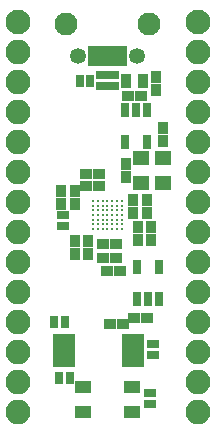
<source format=gbr>
G04 #@! TF.GenerationSoftware,KiCad,Pcbnew,(5.0.0-rc2-dev-252-gb5f1fdd98)*
G04 #@! TF.CreationDate,2018-04-01T12:07:08-07:00*
G04 #@! TF.ProjectId,smolfpga,736D6F6C667067612E6B696361645F70,rev?*
G04 #@! TF.SameCoordinates,Original*
G04 #@! TF.FileFunction,Soldermask,Top*
G04 #@! TF.FilePolarity,Negative*
%FSLAX46Y46*%
G04 Gerber Fmt 4.6, Leading zero omitted, Abs format (unit mm)*
G04 Created by KiCad (PCBNEW (5.0.0-rc2-dev-252-gb5f1fdd98)) date 04/01/18 12:07:08*
%MOMM*%
%LPD*%
G01*
G04 APERTURE LIST*
%ADD10R,1.400000X1.300000*%
%ADD11R,0.900000X1.000000*%
%ADD12R,1.000000X0.900000*%
%ADD13R,0.900000X1.300000*%
%ADD14R,1.450000X1.050000*%
%ADD15O,2.100000X2.100000*%
%ADD16C,2.100000*%
%ADD17R,0.800000X1.000000*%
%ADD18R,1.000000X0.800000*%
%ADD19R,0.740000X1.190000*%
%ADD20R,1.850000X0.850000*%
%ADD21R,0.800000X1.750000*%
%ADD22C,1.350000*%
%ADD23C,1.950000*%
%ADD24C,0.200000*%
G04 APERTURE END LIST*
D10*
X136164246Y-97408614D03*
X138064246Y-97408614D03*
X138064246Y-95308614D03*
X136164246Y-95308614D03*
D11*
X134874000Y-95843000D03*
X134874000Y-96943000D03*
D12*
X132630000Y-96647000D03*
X131530000Y-96647000D03*
X131530000Y-97663000D03*
X132630000Y-97663000D03*
D11*
X130556000Y-99229000D03*
X130556000Y-98129000D03*
X129413000Y-98129000D03*
X129413000Y-99229000D03*
X131699000Y-102320000D03*
X131699000Y-103420000D03*
X130556000Y-103420000D03*
X130556000Y-102320000D03*
D12*
X134027000Y-103759000D03*
X132927000Y-103759000D03*
D11*
X136652000Y-99991000D03*
X136652000Y-98891000D03*
X135509000Y-98891000D03*
X135509000Y-99991000D03*
D12*
X132927000Y-102616000D03*
X134027000Y-102616000D03*
X133308000Y-104902000D03*
X134408000Y-104902000D03*
X135594000Y-108839000D03*
X136694000Y-108839000D03*
D11*
X137033000Y-102277000D03*
X137033000Y-101177000D03*
X135890000Y-101177000D03*
X135890000Y-102277000D03*
X138049000Y-92795000D03*
X138049000Y-93895000D03*
X137414000Y-88477000D03*
X137414000Y-89577000D03*
D12*
X133562000Y-109347000D03*
X134662000Y-109347000D03*
X136186000Y-90043000D03*
X135086000Y-90043000D03*
D13*
X134886000Y-88773000D03*
X136386000Y-88773000D03*
D14*
X131275000Y-114669000D03*
X135425000Y-114669000D03*
X135425000Y-116819000D03*
X131275000Y-116819000D03*
D15*
X140970000Y-116840000D03*
X140970000Y-114300000D03*
X140970000Y-111760000D03*
X140970000Y-109220000D03*
X140970000Y-106680000D03*
X140970000Y-104140000D03*
X140970000Y-101600000D03*
X140970000Y-99060000D03*
X140970000Y-96520000D03*
X140970000Y-93980000D03*
X140970000Y-91440000D03*
X140970000Y-88900000D03*
X140970000Y-86360000D03*
D16*
X140970000Y-83820000D03*
X125730000Y-83820000D03*
D15*
X125730000Y-86360000D03*
X125730000Y-88900000D03*
X125730000Y-91440000D03*
X125730000Y-93980000D03*
X125730000Y-96520000D03*
X125730000Y-99060000D03*
X125730000Y-101600000D03*
X125730000Y-104140000D03*
X125730000Y-106680000D03*
X125730000Y-109220000D03*
X125730000Y-111760000D03*
X125730000Y-114300000D03*
X125730000Y-116840000D03*
D17*
X131895000Y-88773000D03*
X130995000Y-88773000D03*
D18*
X132850000Y-88294000D03*
X132850000Y-89194000D03*
X133850000Y-88294000D03*
X133850000Y-89194000D03*
X129540000Y-100134000D03*
X129540000Y-101034000D03*
X136906000Y-116147000D03*
X136906000Y-115247000D03*
X137160000Y-111956000D03*
X137160000Y-111056000D03*
D17*
X128836000Y-109220000D03*
X129736000Y-109220000D03*
X130175000Y-113919000D03*
X129275000Y-113919000D03*
D19*
X135829000Y-104568000D03*
X137729000Y-104568000D03*
X137729000Y-107268000D03*
X136779000Y-107268000D03*
X135829000Y-107268000D03*
X136713000Y-91233000D03*
X135763000Y-91233000D03*
X134813000Y-91233000D03*
X134813000Y-93933000D03*
X136713000Y-93933000D03*
D20*
X129638000Y-110658000D03*
X129638000Y-111308000D03*
X129638000Y-111958000D03*
X129638000Y-112608000D03*
X135538000Y-112608000D03*
X135538000Y-111958000D03*
X135538000Y-111308000D03*
X135538000Y-110658000D03*
D21*
X134650000Y-86694000D03*
X134000000Y-86694000D03*
X133350000Y-86694000D03*
X132700000Y-86694000D03*
X132050000Y-86694000D03*
D22*
X135850000Y-86694000D03*
X130850000Y-86694000D03*
D23*
X136850000Y-83994000D03*
X129850000Y-83994000D03*
D24*
X132143887Y-101338155D03*
X132543887Y-101338155D03*
X132943887Y-101338155D03*
X133343887Y-101338155D03*
X133743887Y-101338155D03*
X134143887Y-101338155D03*
X134543887Y-101338155D03*
X132143887Y-100938155D03*
X132543887Y-100938155D03*
X132943887Y-100938155D03*
X133343887Y-100938155D03*
X133743887Y-100938155D03*
X134143887Y-100938155D03*
X134543887Y-100938155D03*
X132143887Y-100538155D03*
X132543887Y-100538155D03*
X132943887Y-100538155D03*
X133343887Y-100538155D03*
X133743887Y-100538155D03*
X134143887Y-100538155D03*
X134543887Y-100538155D03*
X132143887Y-100138155D03*
X132543887Y-100138155D03*
X132943887Y-100138155D03*
X133343887Y-100138155D03*
X133743887Y-100138155D03*
X134143887Y-100138155D03*
X134543887Y-100138155D03*
X132143887Y-99738155D03*
X132543887Y-99738155D03*
X132943887Y-99738155D03*
X133343887Y-99738155D03*
X133743887Y-99738155D03*
X134143887Y-99738155D03*
X134543887Y-99738155D03*
X132143887Y-99338155D03*
X132543887Y-99338155D03*
X132943887Y-99338155D03*
X133343887Y-99338155D03*
X133743887Y-99338155D03*
X134143887Y-99338155D03*
X134543887Y-99338155D03*
X132143887Y-98938155D03*
X132543887Y-98938155D03*
X132943887Y-98938155D03*
X133343887Y-98938155D03*
X133743887Y-98938155D03*
X134143887Y-98938155D03*
X134543887Y-98938155D03*
M02*

</source>
